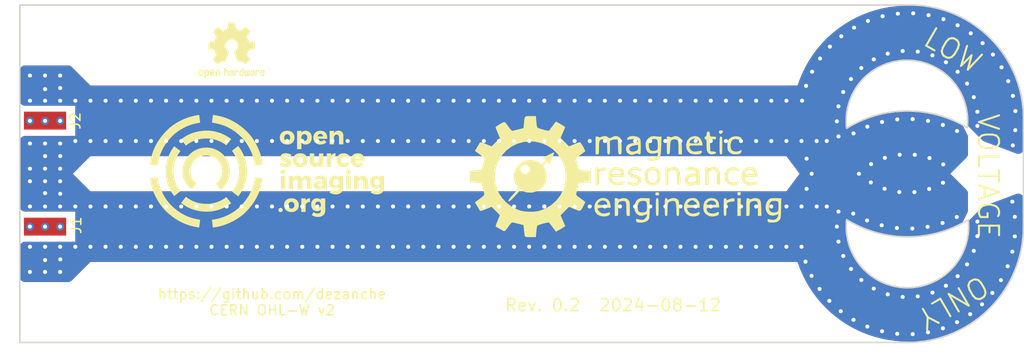
<source format=kicad_pcb>
(kicad_pcb (version 20240108) (generator "pcbnew") (generator_version "8.0")
  (layers (0 "F.Cu" power) (1 "In1.Cu" signal "Signal.Cu") (2 "In2.Cu" power "middle.Cu") (31 "B.Cu" power) (34 "B.Paste" user) (35 "F.Paste" user) (36 "B.SilkS" user "B.Silkscreen") (37 "F.SilkS" user "F.Silkscreen") (38 "B.Mask" user) (39 "F.Mask" user) (44 "Edge.Cuts" user))
  (net 0 "")
  (net 1 "GND")
  (net 2 "/signal1")
  (net 3 "/signal2")
  (footprint "User:SMAEdge" (layer "F.Cu") (at 95.5 96 90)
    (property "Reference" "J1" (at 0.13 3.09 90) (layer "F.SilkS"))
    (property "Value" "Conn_Coaxial")
    (pad "1" smd rect (at 0 0 90) (size 1.78 4.19) (layers "F.Cu" "F.Paste" "F.Mask") (net 2 "/signal1"))
    (pad "2" thru_hole rect (at -3.325 0 90) (size 3 4.19) (drill 0.4) (layers "*.Cu" "*.Paste" "*.Mask") (net 1 "GND"))
    (pad "2" thru_hole rect (at 3.325 0 90) (size 3 4.19) (drill 0.4) (layers "*.Cu" "*.Paste" "*.Mask") (net 1 "GND"))
  )
  (footprint "User:OSI_logo_23x11mm" (layer "F.Cu") (at 117.5 90.5)
    (property "Reference" "G***" (hide yes))
    (property "Value" "LOGO" (hide yes))
  )
  (footprint "Symbols:OSHW-Logo2_7.3x6mm_SilkScreen" (layer "F.Cu") (at 114 78.5)
    (property "Reference" "REF***" (hide yes))
    (property "Value" "OSHW-Logo2_7.3x6mm_SilkScreen" (hide yes))
  )
  (footprint "Logo:MR_Engineering_logo_12mm" (layer "F.Cu") (at 153 91)
    (property "Reference" "G***" (hide yes))
    (property "Value" "LOGO" (hide yes))
  )
  (footprint "MountingHole:MountingHole_3.2mm_M3" (layer "F.Cu") (at 135 78)
    (property "Reference" "REF**" (hide yes))
    (property "Value" "MountingHole_3.2mm_M3")
    (pad "" np_thru_hole circle (at 0 0) (size 3.2 3.2) (drill 3.2) (layers "*.Cu" "*.Mask"))
  )
  (footprint "MountingHole:MountingHole_3.2mm_M3" (layer "F.Cu") (at 101 78)
    (property "Reference" "REF**" (hide yes))
    (property "Value" "MountingHole_3.2mm_M3")
    (pad "" np_thru_hole circle (at 0 0) (size 3.2 3.2) (drill 3.2) (layers "*.Cu" "*.Mask"))
  )
  (footprint "MountingHole:MountingHole_3.2mm_M3" (layer "F.Cu") (at 168 103.5)
    (property "Reference" "REF**" (hide yes))
    (property "Value" "MountingHole_3.2mm_M3")
    (pad "" np_thru_hole circle (at 0 0) (size 3.2 3.2) (drill 3.2) (layers "*.Cu" "*.Mask"))
  )
  (footprint "MountingHole:MountingHole_3.2mm_M3" (layer "F.Cu") (at 168 78)
    (property "Reference" "REF**" (hide yes))
    (property "Value" "MountingHole_3.2mm_M3")
    (pad "" np_thru_hole circle (at 0 0) (size 3.2 3.2) (drill 3.2) (layers "*.Cu" "*.Mask"))
  )
  (footprint "MountingHole:MountingHole_3.2mm_M3" (layer "F.Cu") (at 135 103.5)
    (property "Reference" "REF**" (hide yes))
    (property "Value" "MountingHole_3.2mm_M3")
    (pad "" np_thru_hole circle (at 0 0) (size 3.2 3.2) (drill 3.2) (layers "*.Cu" "*.Mask"))
  )
  (footprint "User:SMAEdge" (layer "F.Cu") (at 95.5 85.675 -90)
    (property "Reference" "J2" (at -0.175 -3 90) (layer "F.SilkS"))
    (property "Value" "Conn_Coaxial")
    (pad "1" smd rect (at -0.2 0 270) (size 1.78 4.19) (layers "F.Cu" "F.Paste" "F.Mask") (net 3 "/signal2"))
    (pad "2" thru_hole rect (at -3.325 0 270) (size 3 4.19) (drill 0.4) (layers "*.Cu" "*.Paste" "*.Mask") (net 1 "GND"))
    (pad "2" thru_hole rect (at 3.325 0 270) (size 3 4.19) (drill 0.4) (layers "*.Cu" "*.Paste" "*.Mask") (net 1 "GND"))
  )
  (footprint "MountingHole:MountingHole_3.2mm_M3" (layer "F.Cu") (at 101 103.5)
    (property "Reference" "REF**" (hide yes))
    (property "Value" "MountingHole_3.2mm_M3")
    (pad "" np_thru_hole circle (at 0 0) (size 3.2 3.2) (drill 3.2) (layers "*.Cu" "*.Mask"))
  )
  (gr_line (start 181 74) (end 93 74) (stroke (width 0.15)) (layer "Edge.Cuts"))
  (gr_arc (start 192.5 96) (mid 189.131728 104.131727) (end 181 107.5) (stroke (width 0.15)) (layer "Edge.Cuts"))
  (gr_line (start 192.5 85) (end 192.5 96) (stroke (width 0.15)) (layer "Edge.Cuts"))
  (gr_arc (start 174.970017 86.233734) (mid 180.942368 84.520117) (end 186.932815 86.169359) (stroke (width 0.15)) (layer "Edge.Cuts"))
  (gr_arc (start 187.030804 95.321791) (mid 180.998787 97.015011) (end 174.970833 95.307384) (stroke (width 0.15)) (layer "Edge.Cuts"))
  (gr_arc (start 174.970017 86.233734) (mid 180.915232 79.477343) (end 186.932815 86.169359) (stroke (width 0.15)) (layer "Edge.Cuts"))
  (gr_line (start 181 107.5) (end 93 107.5) (stroke (width 0.15)) (layer "Edge.Cuts"))
  (gr_line (start 93 107.5) (end 93 74) (stroke (width 0.15)) (layer "Edge.Cuts"))
  (gr_arc (start 187.030804 95.321791) (mid 180.992749 102.068815) (end 174.970833 95.307384) (stroke (width 0.15)) (layer "Edge.Cuts"))
  (gr_arc (start 181 74) (mid 189.028175 77.118272) (end 192.5 85) (stroke (width 0.15)) (layer "Edge.Cuts"))
  (gr_text "VOLTAGE" (at 189 91 -90) (layer "F.SilkS") (effects (font (size 2 2) (thickness 0.2))))
  (gr_text "https://github.com/dezanche\nCERN OHL-W v2" (at 118 103.5 0) (layer "F.SilkS") (effects (font (size 1 1))))
  (gr_text "Rev. 0.2  2024-08-12" (at 141 104.5 0) (layer "F.SilkS") (effects (font (size 1.2 1.2)) (justify left bottom)))
  (gr_text "ONLY" (at 185.5 103.5 210) (layer "F.SilkS") (effects (font (size 2 2) (thickness 0.2))))
  (gr_text "LOW" (at 185.5 78.5 -30) (layer "F.SilkS") (effects (font (size 2 2) (thickness 0.2))))
  (via (at 133 94) (size 0.8) (drill 0.4) (layers "F.Cu" "B.Cu") (net 1))
  (via (at 131.5 94) (size 0.8) (drill 0.4) (layers "F.Cu" "B.Cu") (net 1))
  (via (at 95.5 94) (size 0.8) (drill 0.4) (layers "F.Cu" "B.Cu") (net 1))
  (via (at 101.5 94) (size 0.8) (drill 0.4) (layers "F.Cu" "B.Cu") (net 1))
  (via (at 104.5 94) (size 0.8) (drill 0.4) (layers "F.Cu" "B.Cu") (net 1))
  (via (at 122.5 94) (size 0.8) (drill 0.4) (layers "F.Cu" "B.Cu") (net 1))
  (via (at 124 94) (size 0.8) (drill 0.4) (layers "F.Cu" "B.Cu") (net 1))
  (via (at 125.5 94) (size 0.8) (drill 0.4) (layers "F.Cu" "B.Cu") (net 1))
  (via (at 127 94) (size 0.8) (drill 0.4) (layers "F.Cu" "B.Cu") (net 1))
  (via (at 119.5 94) (size 0.8) (drill 0.4) (layers "F.Cu" "B.Cu") (net 1))
  (via (at 112 94) (size 0.8) (drill 0.4) (layers "F.Cu" "B.Cu") (net 1))
  (via (at 110.5 94) (size 0.8) (drill 0.4) (layers "F.Cu" "B.Cu") (net 1))
  (via (at 94 94) (size 0.8) (drill 0.4) (layers "F.Cu" "B.Cu") (net 1))
  (via (at 100 94) (size 0.8) (drill 0.4) (layers "F.Cu" "B.Cu") (net 1))
  (via (at 118 94) (size 0.8) (drill 0.4) (layers "F.Cu" "B.Cu") (net 1))
  (via (at 130 94) (size 0.8) (drill 0.4) (layers "F.Cu" "B.Cu") (net 1))
  (via (at 121 94) (size 0.8) (drill 0.4) (layers "F.Cu" "B.Cu") (net 1))
  (via (at 109 94) (size 0.8) (drill 0.4) (layers "F.Cu" "B.Cu") (net 1))
  (via (at 107.5 94) (size 0.8) (drill 0.4) (layers "F.Cu" "B.Cu") (net 1))
  (via (at 116.5 94) (size 0.8) (drill 0.4) (layers "F.Cu" "B.Cu") (net 1))
  (via (at 98.5 94) (size 0.8) (drill 0.4) (layers "F.Cu" "B.Cu") (net 1))
  (via (at 103 94) (size 0.8) (drill 0.4) (layers "F.Cu" "B.Cu") (net 1))
  (via (at 128.5 94) (size 0.8) (drill 0.4) (layers "F.Cu" "B.Cu") (net 1))
  (via (at 106 94) (size 0.8) (drill 0.4) (layers "F.Cu" "B.Cu") (net 1))
  (via (at 115 94) (size 0.8) (drill 0.4) (layers "F.Cu" "B.Cu") (net 1))
  (via (at 97 94) (size 0.8) (drill 0.4) (layers "F.Cu" "B.Cu") (net 1))
  (via (at 113.5 94) (size 0.8) (drill 0.4) (layers "F.Cu" "B.Cu") (net 1))
  (via (at 134.5 94) (size 0.8) (drill 0.4) (layers "F.Cu" "B.Cu") (net 1))
  (via (at 170.5 94) (size 0.8) (drill 0.4) (layers "F.Cu" "B.Cu") (net 1))
  (via (at 169 94) (size 0.8) (drill 0.4) (layers "F.Cu" "B.Cu") (net 1))
  (via (at 137.5 94) (size 0.8) (drill 0.4) (layers "F.Cu" "B.Cu") (net 1))
  (via (at 136 94) (size 0.8) (drill 0.4) (layers "F.Cu" "B.Cu") (net 1))
  (via (at 140.5 94) (size 0.8) (drill 0.4) (layers "F.Cu" "B.Cu") (net 1))
  (via (at 143.5 94) (size 0.8) (drill 0.4) (layers "F.Cu" "B.Cu") (net 1))
  (via (at 139 94) (size 0.8) (drill 0.4) (layers "F.Cu" "B.Cu") (net 1))
  (via (at 142 94) (size 0.8) (drill 0.4) (layers "F.Cu" "B.Cu") (net 1))
  (via (at 151 94) (size 0.8) (drill 0.4) (layers "F.Cu" "B.Cu") (net 1))
  (via (at 145 94) (size 0.8) (drill 0.4) (layers "F.Cu" "B.Cu") (net 1))
  (via (at 145 94) (size 0.8) (drill 0.4) (layers "F.Cu" "B.Cu") (net 1))
  (via (at 146.5 94) (size 0.8) (drill 0.4) (layers "F.Cu" "B.Cu") (net 1))
  (via (at 148 94) (size 0.8) (drill 0.4) (layers "F.Cu" "B.Cu") (net 1))
  (via (at 149.5 94) (size 0.8) (drill 0.4) (layers "F.Cu" "B.Cu") (net 1))
  (via (at 154 94) (size 0.8) (drill 0.4) (layers "F.Cu" "B.Cu") (net 1))
  (via (at 152.5 94) (size 0.8) (drill 0.4) (layers "F.Cu" "B.Cu") (net 1))
  (via (at 155.5 94) (size 0.8) (drill 0.4) (layers "F.Cu" "B.Cu") (net 1))
  (via (at 157 94) (size 0.8) (drill 0.4) (layers "F.Cu" "B.Cu") (net 1))
  (via (at 158.5 94) (size 0.8) (drill 0.4) (layers "F.Cu" "B.Cu") (net 1))
  (via (at 160 94) (size 0.8) (drill 0.4) (layers "F.Cu" "B.Cu") (net 1))
  (via (at 161.5 94) (size 0.8) (drill 0.4) (layers "F.Cu" "B.Cu") (net 1))
  (via (at 163 94) (size 0.8) (drill 0.4) (layers "F.Cu" "B.Cu") (net 1))
  (via (at 164.5 94) (size 0.8) (drill 0.4) (layers "F.Cu" "B.Cu") (net 1))
  (via (at 166 94) (size 0.8) (drill 0.4) (layers "F.Cu" "B.Cu") (net 1))
  (via (at 167.5 94) (size 0.8) (drill 0.4) (layers "F.Cu" "B.Cu") (net 1))
  (via (at 174.160681 97.491213) (size 0.8) (drill 0.4) (layers "F.Cu" "B.Cu") (net 1))
  (via (at 174.635347 98.913966) (size 0.8) (drill 0.4) (layers "F.Cu" "B.Cu") (net 1))
  (via (at 175.402207 100.202942) (size 0.8) (drill 0.4) (layers "F.Cu" "B.Cu") (net 1))
  (via (at 176.426056 101.298965) (size 0.8) (drill 0.4) (layers "F.Cu" "B.Cu") (net 1))
  (via (at 177.659889 102.15172) (size 0.8) (drill 0.4) (layers "F.Cu" "B.Cu") (net 1))
  (via (at 179.047062 102.722056) (size 0.8) (drill 0.4) (layers "F.Cu" "B.Cu") (net 1))
  (via (at 180.523893 102.98379) (size 0.8) (drill 0.4) (layers "F.Cu" "B.Cu") (net 1))
  (via (at 182.022581 102.924906) (size 0.8) (drill 0.4) (layers "F.Cu" "B.Cu") (net 1))
  (via (at 183.474324 102.548108) (size 0.8) (drill 0.4) (layers "F.Cu" "B.Cu") (net 1))
  (via (at 184.812473 101.870694) (size 0.8) (drill 0.4) (layers "F.Cu" "B.Cu") (net 1))
  (via (at 185.975596 100.923763) (size 0.8) (drill 0.4) (layers "F.Cu" "B.Cu") (net 1))
  (via (at 186.910295 99.750788) (size 0.8) (drill 0.4) (layers "F.Cu" "B.Cu") (net 1))
  (via (at 187.57366 98.405618) (size 0.8) (drill 0.4) (layers "F.Cu" "B.Cu") (net 1))
  (via (at 187.935235 96.950009) (size 0.8) (drill 0.4) (layers "F.Cu" "B.Cu") (net 1))
  (via (at 174.160681 94.508787) (size 0.8) (drill 0.4) (layers "F.Cu" "B.Cu") (net 1))
  (via (at 176.189817 90.75) (size 0.8) (drill 0.4) (layers "F.Cu" "B.Cu") (net 1))
  (via (at 177.393138 89.793306) (size 0.8) (drill 0.4) (layers "F.Cu" "B.Cu") (net 1))
  (via (at 178.759561 89.174905) (size 0.8) (drill 0.4) (layers "F.Cu" "B.Cu") (net 1))
  (via (at 180.226358 88.86179) (size 0.8) (drill 0.4) (layers "F.Cu" "B.Cu") (net 1))
  (via (at 181.726188 88.868335) (size 0.8) (drill 0.4) (layers "F.Cu" "B.Cu") (net 1))
  (via (at 183.190197 89.194238) (size 0.8) (drill 0.4) (layers "F.Cu" "B.Cu") (net 1))
  (via (at 184.551172 89.824539) (size 0.8) (drill 0.4) (layers "F.Cu" "B.Cu") (net 1))
  (via (at 187.935235 95.5) (size 0.8) (drill 0.4) (layers "F.Cu" "B.Cu") (net 1))
  (via (at 170.892607 99.477156) (size 0.8) (drill 0.4) (layers "F.Cu" "B.Cu") (net 1))
  (via (at 171.491886 100.883213) (size 0.8) (drill 0.4) (layers "F.Cu" "B.Cu") (net 1))
  (via (at 172.285582 102.189421) (size 0.8) (drill 0.4) (layers "F.Cu" "B.Cu") (net 1))
  (via (at 173.257467 103.369069) (size 0.8) (drill 0.4) (layers "F.Cu" "B.Cu") (net 1))
  (via (at 174.387667 104.398039) (size 0.8) (drill 0.4) (layers "F.Cu" "B.Cu") (net 1))
  (via (at 175.653074 105.255289) (size 0.8) (drill 0.4) (layers "F.Cu" "B.Cu") (net 1))
  (via (at 177.027812 105.923292) (size 0.8) (drill 0.4) (layers "F.Cu" "B.Cu") (net 1))
  (via (at 178.483771 106.388387) (size 0.8) (drill 0.4) (layers "F.Cu" "B.Cu") (net 1))
  (via (at 179.991181 106.641066) (size 0.8) (drill 0.4) (layers "F.Cu" "B.Cu") (net 1))
  (via (at 181.519219 106.676161) (size 0.8) (drill 0.4) (layers "F.Cu" "B.Cu") (net 1))
  (via (at 183.03664 106.492955) (size 0.8) (drill 0.4) (layers "F.Cu" "B.Cu") (net 1))
  (via (at 184.512416 106.095193) (size 0.8) (drill 0.4) (layers "F.Cu" "B.Cu") (net 1))
  (via (at 185.916373 105.49101) (size 0.8) (drill 0.4) (layers "F.Cu" "B.Cu") (net 1))
  (via (at 187.219802 104.692759) (size 0.8) (drill 0.4) (layers "F.Cu" "B.Cu") (net 1))
  (via (at 188.396051 103.716763) (size 0.8) (drill 0.4) (layers "F.Cu" "B.Cu") (net 1))
  (via (at 189.421069 102.582978) (size 0.8) (drill 0.4) (layers "F.Cu" "B.Cu") (net 1))
  (via (at 190.273897 101.314587) (size 0.8) (drill 0.4) (layers "F.Cu" "B.Cu") (net 1))
  (via (at 190.937097 99.937525) (size 0.8) (drill 0.4) (layers "F.Cu" "B.Cu") (net 1))
  (via (at 191.397107 98.479952) (size 0.8) (drill 0.4) (layers "F.Cu" "B.Cu") (net 1))
  (via (at 191.644523 96.971669) (size 0.8) (drill 0.4) (layers "F.Cu" "B.Cu") (net 1))
  (via (at 171 92.25) (size 0.8) (drill 0.4) (layers "F.Cu" "B.Cu") (net 1))
  (via (at 171.5 90.75) (size 0.8) (drill 0.4) (layers "F.Cu" "B.Cu") (net 1))
  (via (at 175.653074 86.744711) (size 0.8) (drill 0.4) (layers "F.Cu" "B.Cu") (net 1))
  (via (at 177.027812 86.076708) (size 0.8) (drill 0.4) (layers "F.Cu" "B.Cu") (net 1))
  (via (at 178.483771 85.611613) (size 0.8) (drill 0.4) (layers "F.Cu" "B.Cu") (net 1))
  (via (at 179.991181 85.358934) (size 0.8) (drill 0.4) (layers "F.Cu" "B.Cu") (net 1))
  (via (at 181.519219 85.323839) (size 0.8) (drill 0.4) (layers "F.Cu" "B.Cu") (net 1))
  (via (at 183.03664 85.507045) (size 0.8) (drill 0.4) (layers "F.Cu" "B.Cu") (net 1))
  (via (at 184.512416 85.904807) (size 0.8) (drill 0.4) (layers "F.Cu" "B.Cu") (net 1))
  (via (at 185.916373 86.50899) (size 0.8) (drill 0.4) (layers "F.Cu" "B.Cu") (net 1))
  (via (at 191.397107 93.520048) (size 0.8) (drill 0.4) (layers "F.Cu" "B.Cu") (net 1))
  (via (at 191.644523 95.028331) (size 0.8) (drill 0.4) (layers "F.Cu" "B.Cu") (net 1))
  (via (at 101.5 87.5) (size 0.8) (drill 0.4) (layers "F.Cu" "B.Cu") (net 1))
  (via (at 110.5 98) (size 0.8) (drill 0.4) (layers "F.Cu" "B.Cu") (net 1))
  (via (at 188.451529 77.783237) (size 0.8) (drill 0.4) (layers "F.Cu" "B.Cu") (net 1))
  (via (at 107.5 83.5) (size 0.8) (drill 0.4) (layers "F.Cu" "B.Cu") (net 1))
  (via (at 121 87.5) (size 0.8) (drill 0.4) (layers "F.Cu" "B.Cu") (net 1))
  (via (at 167.5 83.5) (size 0.8) (drill 0.4) (layers "F.Cu" "B.Cu") (net 1))
  (via (at 183.474325 79.001883) (size 0.8) (drill 0.4) (layers "F.Cu" "B.Cu") (net 1))
  (via (at 94 98) (size 0.8) (drill 0.4) (layers "F.Cu" "B.Cu") (net 1))
  (via (at 134.5 98) (size 0.8) (drill 0.4) (layers "F.Cu" "B.Cu") (net 1))
  (via (at 125.5 83.5) (size 0.8) (drill 0.4) (layers "F.Cu" "B.Cu") (net 1))
  (via (at 125.5 87.5) (size 0.8) (drill 0.4) (layers "F.Cu" "B.Cu") (net 1))
  (via (at 166 83.5) (size 0.8) (drill 0.4) (layers "F.Cu" "B.Cu") (net 1))
  (via (at 124 83.5) (size 0.8) (drill 0.4) (layers "F.Cu" "B.Cu") (net 1))
  (via (at 109 83.5) (size 0.8) (drill 0.4) (layers "F.Cu" "B.Cu") (net 1))
  (via (at 173 94) (size 0.8) (drill 0.4) (layers "F.Cu" "B.Cu") (net 1))
  (via (at 160 98) (size 0.8) (drill 0.4) (layers "F.Cu" "B.Cu") (net 1))
  (via (at 97.00746 89.003531) (size 0.8) (drill 0.4) (layers "F.Cu" "B.Cu") (net 1))
  (via (at 100 98) (size 0.8) (drill 0.4) (layers "F.Cu" "B.Cu") (net 1))
  (via (at 180.523894 78.566201) (size 0.8) (drill 0.4) (layers "F.Cu" "B.Cu") (net 1))
  (via (at 130 98) (size 0.8) (drill 0.4) (layers "F.Cu" "B.Cu") (net 1))
  (via (at 121 98) (size 0.8) (drill 0.4) (layers "F.Cu" "B.Cu") (net 1))
  (via (at 158.5 83.5) (size 0.8) (drill 0.4) (layers "F.Cu" "B.Cu") (net 1))
  (via (at 121 83.5) (size 0.8) (drill 0.4) (layers "F.Cu" "B.Cu") (net 1))
  (via (at 140.5 87.5) (size 0.8) (drill 0.4) (layers "F.Cu" "B.Cu") (net 1))
  (via (at 140.5 83.5) (size 0.8) (drill 0.4) (layers "F.Cu" "B.Cu") (net 1))
  (via (at 175.628427 94.707958) (size 0.8) (drill 0.4) (layers "F.Cu" "B.Cu") (net 1))
  (via (at 113.5 87.5) (size 0.8) (drill 0.4) (layers "F.Cu" "B.Cu") (net 1))
  (via (at 187.935236 86) (size 0.8) (drill 0.4) (layers "F.Cu" "B.Cu") (net 1))
  (via (at 174.000001 85.549991) (size 0.8) (drill 0.4) (layers "F.Cu" "B.Cu") (net 1))
  (via (at 185.888882 95.045517) (size 0.8) (drill 0.4) (layers "F.Cu" "B.Cu") (net 1))
  (via (at 95.5 83.5) (size 0.8) (drill 0.4) (layers "F.Cu" "B.Cu") (net 1))
  (via (at 191.69438 86.426685) (size 0.8) (drill 0.4) (layers "F.Cu" "B.Cu") (net 1))
  (via (at 151 98) (size 0.8) (drill 0.4) (layers "F.Cu" "B.Cu") (net 1))
  (via (at 164.5 87.5) (size 0.8) (drill 0.4) (layers "F.Cu" "B.Cu") (net 1))
  (via (at 163 98) (size 0.8) (drill 0.4) (layers "F.Cu" "B.Cu") (net 1))
  (via (at 119.5 87.5) (size 0.8) (drill 0.4) (layers "F.Cu" "B.Cu") (net 1))
  (via (at 191.452585 83.020048) (size 0.8) (drill 0.4) (layers "F.Cu" "B.Cu") (net 1))
  (via (at 172 87.5) (size 0.8) (drill 0.4) (layers "F.Cu" "B.Cu") (net 1))
  (via (at 112 83.5) (size 0.8) (drill 0.4) (layers "F.Cu" "B.Cu") (net 1))
  (via (at 181.480182 96.186973) (size 0.8) (drill 0.4) (layers "F.Cu" "B.Cu") (net 1))
  (via (at 136 87.5) (size 0.8) (drill 0.4) (layers "F.Cu" "B.Cu") (net 1))
  (via (at 170.5 98) (size 0.8) (drill 0.4) (layers "F.Cu" "B.Cu") (net 1))
  (via (at 134.5 83.5) (size 0.8) (drill 0.4) (layers "F.Cu" "B.Cu") (net 1))
  (via (at 185.971851 76.00899) (size 0.8) (drill 0.4) (layers "F.Cu" "B.Cu") (net 1))
  (via (at 97 90.25) (size 0.8) (drill 0.4) (layers "F.Cu" "B.Cu") (net 1))
  (via (at 174.635348 82.636025) (size 0.8) (drill 0.4) (layers "F.Cu" "B.Cu") (net 1))
  (via (at 161.5 83.5) (size 0.8) (drill 0.4) (layers "F.Cu" "B.Cu") (net 1))
  (via (at 167.5 98) (size 0.8) (drill 0.4) (layers "F.Cu" "B.Cu") (net 1))
  (via (at 140.5 98) (size 0.8) (drill 0.4) (layers "F.Cu" "B.Cu") (net 1))
  (via (at 149.5 87.5) (size 0.8) (drill 0.4) (layers "F.Cu" "B.Cu") (net 1))
  (via (at 97 98) (size 0.8) (drill 0.4) (layers "F.Cu" "B.Cu") (net 1))
  (via (at 122.5 83.5) (size 0.8) (drill 0.4) (layers "F.Cu" "B.Cu") (net 1))
  (via (at 146.5 83.5) (size 0.8) (drill 0.4) (layers "F.Cu" "B.Cu") (net 1))
  (via (at 163 87.5) (size 0.8) (drill 0.4) (layers "F.Cu" "B.Cu") (net 1))
  (via (at 130 83.5) (size 0.8) (drill 0.4) (layers "F.Cu" "B.Cu") (net 1))
  (via (at 160 83.5) (size 0.8) (drill 0.4) (layers "F.Cu" "B.Cu") (net 1))
  (via (at 106 98) (size 0.8) (drill 0.4) (layers "F.Cu" "B.Cu") (net 1))
  (via (at 145 83.5) (size 0.8) (drill 0.4) (layers "F.Cu" "B.Cu") (net 1))
  (via (at 190.329375 80.185413) (size 0.8) (drill 0.4) (layers "F.Cu" "B.Cu") (net 1))
  (via (at 95.5 98) (size 0.8) (drill 0.4) (layers "F.Cu" "B.Cu") (net 1))
  (via (at 95.5 100.5) (size 0.8) (drill 0.4) (layers "F.Cu" "B.Cu") (net 1))
  (via (at 187.573661 83.144373) (size 0.8) (drill 0.4) (layers "F.Cu" "B.Cu") (net 1))
  (via (at 113.5 83.5) (size 0.8) (drill 0.4) (layers "F.Cu" "B.Cu") (net 1))
  (via (at 109 98) (size 0.8) (drill 0.4) (layers "F.Cu" "B.Cu") (net 1))
  (via (at 169 83.5) (size 0.8) (drill 0.4) (layers "F.Cu" "B.Cu") (net 1))
  (via (at 180.191817 92.566997) (size 0.8) (drill 0.4) (layers "F.Cu" "B.Cu") (net 1))
  (via (at 160 87.5) (size 0.8) (drill 0.4) (layers "F.Cu" "B.Cu") (net 1))
  (via (at 174.443145 77.101961) (size 0.8) (drill 0.4) (layers "F.Cu" "B.Cu") (net 1))
  (via (at 94 100.5) (size 0.8) (drill 0.4) (layers "F.Cu" "B.Cu") (net 1))
  (via (at 130 87.5) (size 0.8) (drill 0.4) (layers "F.Cu" "B.Cu") (net 1))
  (via (at 166 87.5) (size 0.8) (drill 0.4) (layers "F.Cu" "B.Cu") (net 1))
  (via (at 179.952568 96.136716) (size 0.8) (drill 0.4) (layers "F.Cu" "B.Cu") (net 1))
  (via (at 103 83.5) (size 0.8) (drill 0.4) (layers "F.Cu" "B.Cu") (net 1))
  (via (at 115 87.5) (size 0.8) (drill 0.4) (layers "F.Cu" "B.Cu") (net 1))
  (via (at 137.5 98) (size 0.8) (drill 0.4) (layers "F.Cu" "B.Cu") (net 1))
  (via (at 128.5 98) (size 0.8) (drill 0.4) (layers "F.Cu" "B.Cu") (net 1))
  (via (at 119.5 83.5) (size 0.8) (drill 0.4) (layers "F.Cu" "B.Cu") (net 1))
  (via (at 155.5 87.5) (size 0.8) (drill 0.4) (layers "F.Cu" "B.Cu") (net 1))
  (via (at 100 83.5) (size 0.8) (drill 0.4) (layers "F.Cu" "B.Cu") (net 1))
  (via (at 94 87.75) (size 0.8) (drill 0.4) (layers "F.Cu" "B.Cu") (net 1))
  (via (at 142 83.5) (size 0.8) (drill 0.4) (layers "F.Cu" "B.Cu") (net 1))
  (via (at 118 87.5) (size 0.8) (drill 0.4) (layers "F.Cu" "B.Cu") (net 1))
  (via (at 107.5 87.5) (size 0.8) (drill 0.4) (layers "F.Cu" "B.Cu") (net 1))
  (via (at 137.5 87.5) (size 0.8) (drill 0.4) (layers "F.Cu" "B.Cu") (net 1))
  (via (at 151 87.5) (size 0.8) (drill 0.4) (layers "F.Cu" "B.Cu") (net 1))
  (via (at 98.5 83.5) (size 0.8) (drill 0.4) (layers "F.Cu" "B.Cu") (net 1))
  (via (at 149.5 98) (size 0.8) (drill 0.4) (layers "F.Cu" "B.Cu") (net 1))
  (via (at 142 98) (size 0.8) (drill 0.4) (layers "F.Cu" "B.Cu") (net 1))
  (via (at 94 90.25) (size 0.8) (drill 0.4) (layers "F.Cu" "B.Cu") (net 1))
  (via (at 145 83.5) (size 0.8) (drill 0.4) (layers "F.Cu" "B.Cu") (net 1))
  (via (at 152.5 87.5) (size 0.8) (drill 0.4) (layers "F.Cu" "B.Cu") (net 1))
  (via (at 98.5 87.5) (size 0.8) (drill 0.4) (layers "F.Cu" "B.Cu") (net 1))
  (via (at 118 83.5) (size 0.8) (drill 0.4) (layers "F.Cu" "B.Cu") (net 1))
  (via (at 109 87.5) (size 0.8) (drill 0.4) (layers "F.Cu" "B.Cu") (net 1))
  (via (at 183.158444 92.260427) (size 0.8) (drill 0.4) (layers "F.Cu" "B.Cu") (net 1))
  (via (at 145 98) (size 0.8) (drill 0.4) (layers "F.Cu" "B.Cu") (net 1))
  (via (at 157 83.5) (size 0.8) (drill 0.4) (layers "F.Cu" "B.Cu") (net 1))
  (via (at 155.5 98) (size 0.8) (drill 0.4) (layers "F.Cu" "B.Cu") (net 1))
  (via (at 182.022582 78.625085) (size 0.8) (drill 0.4) (layers "F.Cu" "B.Cu") (net 1))
  (via (at 170.5 87.5) (size 0.8) (drill 0.4) (layers "F.Cu" "B.Cu") (net 1))
  (via (at 145 87.5) (size 0.8) (drill 0.4) (layers "F.Cu" "B.Cu") (net 1))
  (via (at 164.5 83.5) (size 0.8) (drill 0.4) (layers "F.Cu" "B.Cu") (net 1))
  (via (at 152.5 98) (size 0.8) (drill 0.4) (layers "F.Cu" "B.Cu") (net 1))
  (via (at 174 96) (size 0.8) (drill 0.4) (layers "F.Cu" "B.Cu") (net 1))
  (via (at 136 98) (size 0.8) (drill 0.4) (layers "F.Cu" "B.Cu") (net 1))
  (via (at 116.5 87.5) (size 0.8) (drill 0.4) (layers "F.Cu" "B.Cu") (net 1))
  (via (at 134.5 87.5) (size 0.8) (drill 0.4) (layers "F.Cu" "B.Cu") (net 1))
  (via (at 187.27528 76.807241) (size 0.8) (drill 0.4) (layers "F.Cu" "B.Cu") (net 1))
  (via (at 175.708552 76.244711) (size 0.8) (drill 0.4) (layers "F.Cu" "B.Cu") (net 1))
  (via (at 158.5 98) (size 0.8) (drill 0.4) (layers "F.Cu" "B.Cu") (net 1))
  (via (at 191.446964 87.934968) (size 0.8) (drill 0.4) (layers "F.Cu" "B.Cu") (net 1))
  (via (at 173 87.5) (size 0.8) (drill 0.4) (layers "F.Cu" "B.Cu") (net 1))
  (via (at 189.476547 78.917022) (size 0.8) (drill 0.4) (layers "F.Cu" "B.Cu") (net 1))
  (via (at 124 87.5) (size 0.8) (drill 0.4) (layers "F.Cu" "B.Cu") (net 1))
  (via (at 131.5 87.5) (size 0.8) (drill 0.4) (layers "F.Cu" "B.Cu") (net 1))
  (via (at 186.910296 81.799203) (size 0.8) (drill 0.4) (layers "F.Cu" "B.Cu") (net 1))
  (via (at 97 87.75) (size 0.8) (drill 0.4) (layers "F.Cu" "B.Cu") (net 1))
  (via (at 177.08329 75.576708) (size 0.8) (drill 0.4) (layers "F.Cu" "B.Cu") (net 1))
  (via (at 146.5 98) (size 0.8) (drill 0.4) (layers "F.Cu" "B.Cu") (net 1))
  (via (at 163 83.5) (size 0.8) (drill 0.4) (layers "F.Cu" "B.Cu") (net 1))
  (via (at 115 98) (size 0.8) (drill 0.4) (layers "F.Cu" "B.Cu") (net 1))
  (via (at 136 83.5) (size 0.8) (drill 0.4) (layers "F.Cu" "B.Cu") (net 1))
  (via (at 97 83.500919) (size 0.8) (drill 0.4) (layers "F.Cu" "B.Cu") (net 1))
  (via (at 180.046659 74.858934) (size 0.8) (drill 0.4) (layers "F.Cu" "B.Cu") (net 1))
  (via (at 110.5 87.5) (size 0.8) (drill 0.4) (layers "F.Cu" "B.Cu") (net 1))
  (via (at 161.5 87.5) (size 0.8) (drill 0.4) (layers "F.Cu" "B.Cu") (net 1))
  (via (at 137.5 83.5) (size 0.8) (drill 0.4) (layers "F.Cu" "B.Cu") (net 1))
  (via (at 125.5 98) (size 0.8) (drill 0.4) (layers "F.Cu" "B.Cu") (net 1))
  (via (at 127 98) (size 0.8) (drill 0.4) (layers "F.Cu" "B.Cu") (net 1))
  (via (at 161.5 98) (size 0.8) (drill 0.4) (layers "F.Cu" "B.Cu") (net 1))
  (via (at 97.00746 99.253531) (size 0.8) (drill 0.4) (layers "F.Cu" "B.Cu") (net 1))
  (via (at 166 98) (size 0.8) (drill 0.4) (layers "F.Cu" "B.Cu") (net 1))
  (via (at 184.524867 91.642026) (size 0.8) (drill 0.4) (layers "F.Cu" "B.Cu") (net 1))
  (via (at 175.402208 81.347049) (size 0.8) (drill 0.4) (layers "F.Cu" "B.Cu") (net 1))
  (via (at 139 83.5) (size 0.8) (drill 0.4) (layers "F.Cu" "B.Cu") (net 1))
  (via (at 101.5 83.5) (size 0.8) (drill 0.4) (layers "F.Cu" "B.Cu") (net 1))
  (via (at 106 87.5) (size 0.8) (drill 0.4) (layers "F.Cu" "B.Cu") (net 1))
  (via (at 116.5 98) (size 0.8) (drill 0.4) (layers "F.Cu" "B.Cu") (net 1))
  (via (at 128.5 83.5) (size 0.8) (drill 0.4) (layers "F.Cu" "B.Cu") (net 1))
  (via (at 94 91.5) (size 0.8) (drill 0.4) (layers "F.Cu" "B.Cu") (net 1))
  (via (at 127 87.5) (size 0.8) (drill 0.4) (layers "F.Cu" "B.Cu") (net 1))
  (via (at 178.539249 75.111613) (size 0.8) (drill 0.4) (layers "F.Cu" "B.Cu") (net 1))
  (via (at 100 87.5) (size 0.8) (drill 0.4) (layers "F.Cu" "B.Cu") (net 1))
  (via (at 167.5 87.5) (size 0.8) (drill 0.4) (layers "F.Cu" "B.Cu") (net 1))
  (via (at 182.999347 96.018834) (size 0.8) (drill 0.4) (layers "F.Cu" "B.Cu") (net 1))
  (via (at 98.5 98) (size 0.8) (drill 0.4) (layers "F.Cu" "B.Cu") (net 1))
  (via (at 178.447741 95.86909) (size 0.8) (drill 0.4) (layers "F.Cu" "B.Cu") (net 1))
  (via (at 148 87.5) (size 0.8) (drill 0.4) (layers "F.Cu" "B.Cu") (net 1))
  (via (at 112 98) (size 0.8) (drill 0.4) (layers "F.Cu" "B.Cu") (net 1))
  (via (at 177.366833 91.610793) (size 0.8) (drill 0.4) (layers "F.Cu" "B.Cu") (net 1))
  (via (at 183.092118 75.007045) (size 0.8) (drill 0.4) (layers "F.Cu" "B.Cu") (net 1))
  (via (at 157 87.5) (size 0.8) (drill 0.4) (layers "F.Cu" "B.Cu") (net 1))
  (via (at 94 83.5) (size 0.8) (drill 0.4) (layers "F.Cu" "B.Cu") (net 1))
  (via (at 169 87.5) (size 0.8) (drill 0.4) (layers "F.Cu" "B.Cu") (net 1))
  (via (at 154 87.5) (size 0.8) (drill 0.4) (layers "F.Cu" "B.Cu") (net 1))
  (via (at 179.047063 78.827935) (size 0.8) (drill 0.4) (layers "F.Cu" "B.Cu") (net 1))
  (via (at 176.426057 80.251026) (size 0.8) (drill 0.4) (layers "F.Cu" "B.Cu") (net 1))
  (via (at 171 89.25) (size 0.8) (drill 0.4) (layers "F.Cu" "B.Cu") (net 1))
  (via (at 128.5 87.5) (size 0.8) (drill 0.4) (layers "F.Cu" "B.Cu") (net 1))
  (via (at 107.5 98) (size 0.8) (drill 0.4) (layers "F.Cu" "B.Cu") (net 1))
  (via (at 94 81) (size 0.8) (drill 0.4) (layers "F.Cu" "B.Cu") (net 1))
  (via (at 148 98) (size 0.8) (drill 0.4) (layers "F.Cu" "B.Cu") (net 1))
  (via (at 149.5 83.5) (size 0.8) (drill 0.4) (layers "F.Cu" "B.Cu") (net 1))
  (via (at 110.5 83.5) (size 0.8) (drill 0.4) (layers "F.Cu" "B.Cu") (net 1))
  (via (at 122.5 98) (size 0.8) (drill 0.4) (layers "F.Cu" "B.Cu") (net 1))
  (via (at 181.574697 74.823839) (size 0.8) (drill 0.4) (layers "F.Cu" "B.Cu") (net 1))
  (via (at 158.5 87.5) (size 0.8) (drill 0.4) (layers "F.Cu" "B.Cu") (net 1))
  (via (at 133 83.5) (size 0.8) (drill 0.4) (layers "F.Cu" "B.Cu") (net 1))
  (via (at 190.992575 81.562475) (size 0.8) (drill 0.4) (layers "F.Cu" "B.Cu") (net 1))
  (via (at 131.5 83.5) (size 0.8) (drill 0.4) (layers "F.Cu" "B.Cu") (net 1))
  (via (at 95.5 81) (size 0.8) (drill 0.4) (layers "F.Cu" "B.Cu") (net 1))
  (via (at 170.948085 82.022844) (size 0.8) (drill 0.4) (layers "F.Cu" "B.Cu") (net 1))
  (via (at 97 91.5) (size 0.8) (drill 0.4) (layers "F.Cu" "B.Cu") (net 1))
  (via (at 112 87.5) (size 0.8) (drill 0.4) (layers "F.Cu" "B.Cu") (net 1))
  (via (at 104.5 83.5) (size 0.8) (drill 0.4) (layers "F.Cu" "B.Cu") (net 1))
  (via (at 178.727808 92.241094) (size 0.8) (drill 0.4) (layers "F.Cu" "B.Cu") (net 1))
  (via (at 154 98) (size 0.8) (drill 0.4) (layers "F.Cu" "B.Cu") (net 1))
  (via (at 187.935236 84.599982) (size 0.8) (drill 0.4) (layers "F.Cu" "B.Cu") (net 1))
  (via (at 172 94) (size 0.8) (drill 0.4) (layers "F.Cu" "B.Cu") (net 1))
  (via (at 185.975597 80.626228) (size 0.8) (drill 0.4) (layers "F.Cu" "B.Cu") (net 1))
  (via (at 127 83.5) (size 0.8) (drill 0.4) (layers "F.Cu" "B.Cu") (net 1))
  (via (at 155.5 83.5) (size 0.8) (drill 0.4) (layers "F.Cu" "B.Cu") (net 1))
  (via (at 146.5 87.5) (size 0.8) (drill 0.4) (layers "F.Cu" "B.Cu") (net 1))
  (via (at 133 87.5) (size 0.8) (drill 0.4) (layers "F.Cu" "B.Cu") (net 1))
  (via (at 118 98) (size 0.8) (drill 0.4) (layers "F.Cu" "B.Cu") (net 1))
  (via (at 143.5 87.5) (size 0.8) (drill 0.4) (layers "F.Cu" "B.Cu") (net 1))
  (via (at 177.65989 79.398271) (size 0.8) (drill 0.4) (layers "F.Cu" "B.Cu") (net 1))
  (via (at 142 87.5) (size 0.8) (drill 0.4) (layers "F.Cu" "B.Cu") (net 1))
  (via (at 148 83.5) (size 0.8) (drill 0.4) (layers "F.Cu" "B.Cu") (net 1))
  (via (at 176.996468 95.389569) (size 0.8) (drill 0.4) (layers "F.Cu" "B.Cu") (net 1))
  (via (at 104.5 98) (size 0.8) (drill 0.4) (layers "F.Cu" "B.Cu") (net 1))
  (via (at 154 83.5) (size 0.8) (drill 0.4) (layers "F.Cu" "B.Cu") (net 1))
  (via (at 172.34106 79.310579) (size 0.8) (drill 0.4) (layers "F.Cu" "B.Cu") (net 1))
  (via (at 184.478999 95.635737) (size 0.8) (drill 0.4) (layers "F.Cu" "B.Cu") (net 1))
  (via (at 181.691647 92.573542) (size 0.8) (drill 0.4) (layers "F.Cu" "B.Cu") (net 1))
  (via (at 95.5 90.25) (size 0.8) (drill 0.4) (layers "F.Cu" "B.Cu") (net 1))
  (via (at 131.5 98) (size 0.8) (drill 0.4) (layers "F.Cu" "B.Cu") (net 1))
  (via (at 191.700001 84.528331) (size 0.8) (drill 0.4) (layers "F.Cu" "B.Cu") (net 1))
  (via (at 106 83.5) (size 0.8) (drill 0.4) (layers "F.Cu" "B.Cu") (net 1))
  (via (at 174.160682 84.058778) (size 0.8) (drill 0.4) (layers "F.Cu" "B.Cu") (net 1))
  (via (at 164.5 98) (size 0.8) (drill 0.4) (layers "F.Cu" "B.Cu") (net 1))
  (via (at 97 100.5) (size 0.8) (drill 0.4) (layers "F.Cu" "B.Cu") (net 1))
  (via (at 122.5 87.5) (size 0.8) (drill 0.4) (layers "F.Cu" "B.Cu") (net 1))
  (via (at 145 87.5) (size 0.8) (drill 0.4) (layers "F.Cu" "B.Cu") (net 1))
  (via (at 103 87.5) (size 0.8) (drill 0.4) (layers "F.Cu" "B.Cu") (net 1))
  (via (at 104.5 87.5) (size 0.8) (drill 0.4) (layers "F.Cu" "B.Cu") (net 1))
  (via (at 101.5 98) (size 0.8) (drill 0.4) (layers "F.Cu" "B.Cu") (net 1))
  (via (at 173.312945 78.130931) (size 0.8) (drill 0.4) (layers "F.Cu" "B.Cu") (net 1))
  (via (at 124 98) (size 0.8) (drill 0.4) (layers "F.Cu" "B.Cu") (net 1))
  (via (at 174.160682 87.041204) (size 0.8) (drill 0.4) (layers "F.Cu" "B.Cu") (net 1))
  (via (at 113.5 98) (size 0.8) (drill 0.4) (layers "F.Cu" "B.Cu") (net 1))
  (via (at 184.812474 79.679297) (size 0.8) (drill 0.4) (layers "F.Cu" "B.Cu") (net 1))
  (via (at 170.555478 83.5) (size 0.8) (drill 0.4) (layers "F.Cu" "B.Cu") (net 1))
  (via (at 139 98) (size 0.8) (drill 0.4) (layers "F.Cu" "B.Cu") (net 1))
  (via (at 119.5 98) (size 0.8) (drill 0.4) (layers "F.Cu" "B.Cu") (net 1))
  (via (at 152.5 83.5) (size 0.8) (drill 0.4) (layers "F.Cu" "B.Cu") (net 1))
  (via (at 184.567894 75.404807) (size 0.8) (drill 0.4) (layers "F.Cu" "B.Cu") (net 1))
  (via (at 95.5 87.75) (size 0.8) (drill 0.4) (layers "F.Cu" "B.Cu") (net 1))
  (via (at 151 83.5) (size 0.8) (drill 0.4) (layers "F.Cu" "B.Cu") (net 1))
  (via (at 143.5 83.5) (size 0.8) (drill 0.4) (layers "F.Cu" "B.Cu") (net 1))
  (via (at 95.5 91.5) (size 0.8) (drill 0.4) (layers "F.Cu" "B.Cu") (net 1))
  (via (at 103 98) (size 0.8) (drill 0.4) (layers "F.Cu" "B.Cu") (net 1))
  (via (at 143.5 98) (size 0.8) (drill 0.4) (layers "F.Cu" "B.Cu") (net 1))
  (via (at 133 98) (size 0.8) (drill 0.4) (layers "F.Cu" "B.Cu") (net 1))
  (via (at 139 87.5) (size 0.8) (drill 0.4) (layers "F.Cu" "B.Cu") (net 1))
  (via (at 97.007194 92.739008) (size 0.8) (drill 0.4) (layers "F.Cu" "B.Cu") (net 1))
  (via (at 116.5 83.5) (size 0.8) (drill 0.4) (layers "F.Cu" "B.Cu") (net 1))
  (via (at 169 98) (size 0.8) (drill 0.4) (layers "F.Cu" "B.Cu") (net 1))
  (via (at 115 83.5) (size 0.8) (drill 0.4) (layers "F.Cu" "B.Cu") (net 1))
  (via (at 97.007194 82.239008) (size 0.8) (drill 0.4) (layers "F.Cu" "B.Cu") (net 1))
  (via (at 145 98) (size 0.8) (drill 0.4) (layers "F.Cu" "B.Cu") (net 1))
  (via (at 157 98) (size 0.8) (drill 0.4) (layers "F.Cu" "B.Cu") (net 1))
  (via (at 97 81) (size 0.8) (drill 0.4) (layers "F.Cu" "B.Cu") (net 1))
  (via (at 171.547364 80.616787) (size 0.8) (drill 0.4) (layers "F.Cu" "B.Cu") (net 1))
  (via (at 97 96) (size 0.8) (drill 0.4) (layers "F.Cu" "B.Cu") (net 2))
  (via (at 94 96) (size 0.8) (drill 0.4) (layers "F.Cu" "B.Cu") (net 2))
  (via (at 95.5 96.000632) (size 0.8) (drill 0.4) (layers "F.Cu" "B.Cu") (net 2))
  (via (at 97 85.500919) (size 0.8) (drill 0.4) (layers "F.Cu" "B.Cu") (net 3))
  (via (at 95.5 85.500919) (size 0.8) (drill 0.4) (layers "F.Cu" "B.Cu") (net 3))
  (via (at 94 85.500919) (size 0.8) (drill 0.4) (layers "F.Cu" "B.Cu") (net 3))
  (zone (net 1) (net_name "GND") (layers "F.Cu" "In1.Cu" "In2.Cu" "B.Cu") (name "top GND") (connect_pads yes (clearance 0.5)) (min_thickness 0.254) (fill yes (thermal_gap 0.508) (thermal_bridge_width 0.508) (smoothing fillet) (radius 0.5))
    (polygon (pts (xy 175 108) (xy 169 99.5) (xy 100 99.5) (xy 98 101.5) (xy 93 101.5) (xy 93 97.5) (xy 98.5 97.5) (xy 98.5 94.5) (xy 93 94.5) (xy 93 90.5) (xy 98 90.5) (xy 100 92.5) (xy 169 92.5) (xy 170.5 90.5) (xy 183 90.5) (xy 184 90.5) (xy 185 90.5) (xy 187 92.5) (xy 187 94.5) (xy 186.5 95.5) (xy 187 95.5) (xy 188.5 94) (xy 192.5 92.5) (xy 192.5 108)))
  )
  (zone (net 1) (net_name "GND") (layers "F.Cu" "In1.Cu" "In2.Cu" "B.Cu") (name "top GND") (connect_pads yes (clearance 0.6)) (min_thickness 0.254) (fill yes (thermal_gap 0.508) (thermal_bridge_width 0.508) (smoothing fillet) (radius 0.5))
    (polygon (pts (xy 184 91) (xy 183 91) (xy 170.5 91) (xy 169 89) (xy 100 89) (xy 98 91) (xy 93 91) (xy 93 87) (xy 98.5 87) (xy 98.5 84) (xy 93 84) (xy 93 80) (xy 98 80) (xy 100 82) (xy 169 82) (xy 175 73.5) (xy 192.5 73.5) (xy 192.5 85) (xy 192.5 89) (xy 188.5 87.5) (xy 187 86) (xy 186.5 86) (xy 187 87) (xy 187 89) (xy 185 91)))
  )
)
</source>
